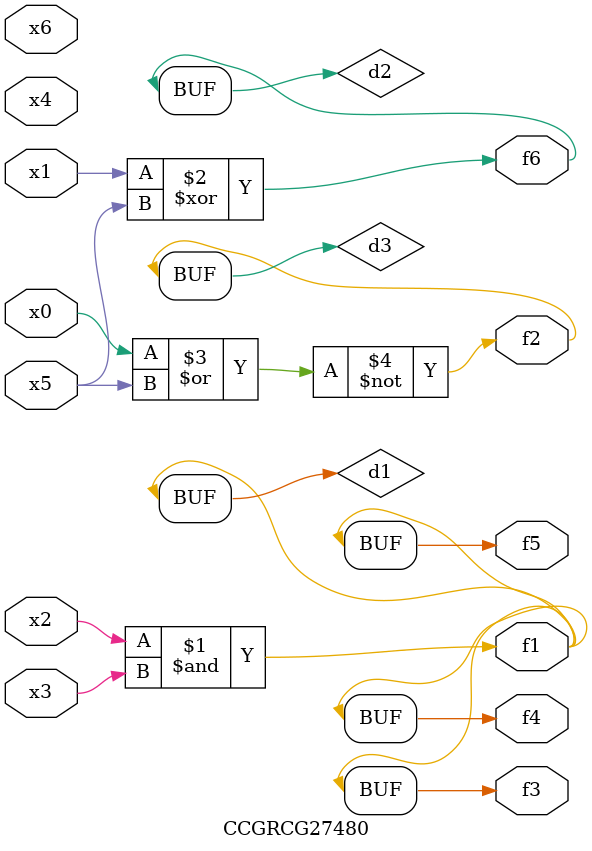
<source format=v>
module CCGRCG27480(
	input x0, x1, x2, x3, x4, x5, x6,
	output f1, f2, f3, f4, f5, f6
);

	wire d1, d2, d3;

	and (d1, x2, x3);
	xor (d2, x1, x5);
	nor (d3, x0, x5);
	assign f1 = d1;
	assign f2 = d3;
	assign f3 = d1;
	assign f4 = d1;
	assign f5 = d1;
	assign f6 = d2;
endmodule

</source>
